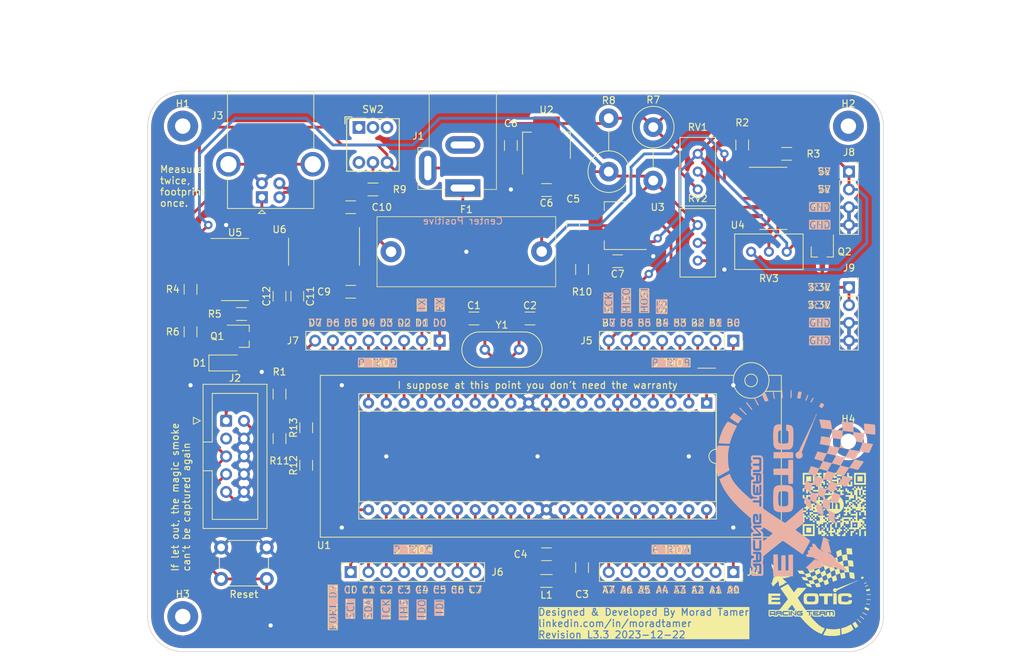
<source format=kicad_pcb>
(kicad_pcb (version 20221018) (generator pcbnew)
  (title_block (title "ATMEGA32A AVR Kit") (date "2023-12-22") (rev "L3.3") (company "Team Exotic") (comment 1 "Author: Morad Tamer"))
  (layers (0 "F.Cu" signal) (31 "B.Cu" signal) (34 "B.Paste" user) (35 "F.Paste" user) (36 "B.SilkS" user "B.Silkscreen") (37 "F.SilkS" user "F.Silkscreen") (38 "B.Mask" user) (39 "F.Mask" user) (44 "Edge.Cuts" user))
  (net 0 "")
  (net 1 "GND")
  (net 2 "Net-(U1-XTAL1)")
  (net 3 "Net-(U1-XTAL2)")
  (net 4 "Net-(U1-AREF)")
  (net 5 "Net-(U1-AVCC)")
  (net 6 "+5V_{OCP}")
  (net 7 "-V_{In}")
  (net 8 "+V_{In}")
  (net 9 "+3V3")
  (net 10 "Net-(U6-~{DTR})")
  (net 11 "/~{RESET}")
  (net 12 "Net-(U6-V3)")
  (net 13 "VBUS")
  (net 14 "Net-(D1-K)")
  (net 16 "/MOSI")
  (net 17 "+5V")
  (net 19 "/SCK")
  (net 20 "/MISO")
  (net 21 "/USB_D-")
  (net 22 "/USB_D+")
  (net 23 "unconnected-(J3-Shield-Pad5)")
  (net 24 "/PA0")
  (net 25 "/PA1")
  (net 26 "/PA2")
  (net 27 "/PA3")
  (net 28 "/PA4")
  (net 29 "/PA5")
  (net 30 "/PA6")
  (net 31 "/PA7")
  (net 32 "/PB0")
  (net 33 "/PB1")
  (net 34 "/PB2")
  (net 35 "/PB3")
  (net 36 "/~{SS}")
  (net 37 "/PC7")
  (net 38 "/PC6")
  (net 39 "/TDI")
  (net 40 "/TDO")
  (net 41 "/TMS")
  (net 42 "/TCK")
  (net 43 "/SDA")
  (net 44 "/SCL")
  (net 45 "/PD7")
  (net 46 "/RX <--")
  (net 47 "/TX -->")
  (net 48 "/PD2")
  (net 49 "/PD3")
  (net 50 "/PD4")
  (net 51 "/PD5")
  (net 52 "/PD6")
  (net 53 "Net-(Q1-G)")
  (net 54 "Net-(Q2-G)")
  (net 55 "Net-(U4B--)")
  (net 56 "Net-(U4A-+)")
  (net 57 "Net-(U4A--)")
  (net 58 "Net-(U4B-+)")
  (net 77 "Net-(U4D--)")
  (net 78 "Net-(U4D-+)")
  (net 82 "Net-(U5A--)")
  (net 86 "+5V_{NetTie}")
  (net 87 "Net-(R10-Pad1)")
  (net 88 "/Power Management Circuitry/V_{In} (Unfused)")
  (net 89 "Net-(SW2B-B)")
  (net 90 "Net-(J7-Pin_8)")
  (net 91 "Net-(R12-Pad2)")
  (footprint "MountingHole:MountingHole_2.2mm_M2_Pad" (layer "F.Cu") (at 117 127)
    (fp_text reference "H3")
    (fp_text value "MountingHole")
  )
  (footprint "Capacitor_SMD:C_1206_3216Metric_Pad1.33x1.80mm_HandSolder" (layer "F.Cu") (at 140.97 80.645)
    (fp_text reference "C9")
    (fp_text value "100 nF")
  )
  (footprint "Capacitor_SMD:C_1206_3216Metric_Pad1.33x1.80mm_HandSolder" (layer "F.Cu") (at 172.72 71.205 -90)
    (fp_text reference "C5")
    (fp_text value "10 µF")
  )
  (footprint "Package_TO_SOT_SMD:SOT-23_Handsoldering" (layer "F.Cu") (at 208.28 74.93 -90)
    (fp_text reference "Q2")
    (fp_text value "SI2302")
  )
  (footprint "M's Library:Fuseholder_with_Cover_5x20mm_Horizontal" (layer "F.Cu") (at 157.48 74.93)
    (fp_text reference "F1")
    (fp_text value "Fuse")
  )
  (footprint "Resistor_SMD:R_1206_3216Metric_Pad1.30x1.75mm_HandSolder" (layer "F.Cu") (at 118.11 80.29 90)
    (fp_text reference "R4")
    (fp_text value "10 kΩ")
  )
  (footprint "Resistor_SMD:R_1206_3216Metric_Pad1.30x1.75mm_HandSolder" (layer "F.Cu") (at 203.2 60.96 180)
    (fp_text reference "R3")
    (fp_text value "330 kΩ")
  )
  (footprint "Capacitor_SMD:C_1206_3216Metric_Pad1.33x1.80mm_HandSolder" (layer "F.Cu") (at 133.35 81.28 -90)
    (fp_text reference "C11")
    (fp_text value "10 µF")
  )
  (footprint "Resistor_SMD:R_1206_3216Metric_Pad1.30x1.75mm_HandSolder" (layer "F.Cu") (at 134.62 100.05 90)
    (fp_text reference "R13")
    (fp_text value "0 Ω")
  )
  (footprint "Connector_PinSocket_2.54mm:PinSocket_1x08_P2.54mm_Vertical" (layer "F.Cu") (at 140.97 120.65 90)
    (fp_text reference "J6")
    (fp_text value "Port C")
  )
  (footprint "Package_TO_SOT_SMD:SOT-223-3_TabPin2" (layer "F.Cu") (at 179.07 71.205 180)
    (fp_text reference "U3")
    (fp_text value "AMS1117-3.3")
  )
  (footprint "Resistor_SMD:R_1206_3216Metric_Pad1.30x1.75mm_HandSolder" (layer "F.Cu") (at 125.375 83.82 180)
    (fp_text reference "R5")
    (fp_text value "10 kΩ")
  )
  (footprint "Package_SO:SOIC-14_3.9x8.7mm_P1.27mm" (layer "F.Cu") (at 124.46 77.47)
    (fp_text reference "U5")
    (fp_text value "LM339")
  )
  (footprint "Connector_PinSocket_2.54mm:PinSocket_1x08_P2.54mm_Vertical" (layer "F.Cu") (at 195.58 87.63 -90)
    (fp_text reference "J5")
    (fp_text value "Port B")
  )
  (footprint "Resistor_SMD:R_1206_3216Metric_Pad1.30x1.75mm_HandSolder" (layer "F.Cu") (at 144.145 66.04)
    (fp_text reference "R9")
    (fp_text value "0 Ω")
  )
  (footprint "MountingHole:MountingHole_2.2mm_M2_Pad" (layer "F.Cu") (at 212 102)
    (fp_text reference "H4")
    (fp_text value "MountingHole")
  )
  (footprint "LED_SMD:LED_1206_3216Metric_Pad1.42x1.75mm_HandSolder" (layer "F.Cu") (at 123.19 90.805)
    (fp_text reference "D1")
    (fp_text value "LED")
  )
  (footprint "Connector_PinSocket_2.54mm:PinSocket_1x04_P2.54mm_Vertical" (layer "F.Cu") (at 212.09 80.01)
    (fp_text reference "J9")
    (fp_text value "3.3 V Headers")
  )
  (footprint "Resistor_SMD:R_1206_3216Metric_Pad1.30x1.75mm_HandSolder" (layer "F.Cu") (at 130.81 95.25 90)
    (fp_text reference "R1")
    (fp_text value "10 kΩ")
  )
  (footprint "Resistor_SMD:R_1206_3216Metric_Pad1.30x1.75mm_HandSolder" (layer "F.Cu") (at 134.62 105.41 90)
    (fp_text reference "R12")
    (fp_text value "0 Ω")
  )
  (footprint "Potentiometer_THT:Potentiometer_Bourns_3296W_Vertical" (layer "F.Cu") (at 203.2 74.93)
    (fp_text reference "RV3")
    (fp_text value "10 kΩ")
  )
  (footprint "Potentiometer_THT:Potentiometer_Bourns_3296W_Vertical" (layer "F.Cu") (at 190.5 71.12 90)
    (fp_text reference "RV2")
    (fp_text value "10 kΩ")
  )
  (footprint "Resistor_SMD:R_1206_3216Metric_Pad1.30x1.75mm_HandSolder" (layer "F.Cu") (at 196.85 59.69 -90)
    (fp_text reference "R2")
    (fp_text value "10 kΩ")
  )
  (footprint "Capacitor_SMD:C_1206_3216Metric_Pad1.33x1.80mm_HandSolder" (layer "F.Cu") (at 166.5625 84.455)
    (fp_text reference "C2")
    (fp_text value "22 pF")
  )
  (footprint "Package_SO:SOIC-16_3.9x9.9mm_P1.27mm" (layer "F.Cu") (at 137.16 74.93 -90)
    (fp_text reference "U6")
    (fp_text value "CH340C")
  )
  (footprint "Package_TO_SOT_SMD:SOT-23_Handsoldering" (layer "F.Cu") (at 125.73 86.995)
    (fp_text reference "Q1")
    (fp_text value "AO3401A")
  )
  (footprint "Capacitor_SMD:C_1206_3216Metric_Pad1.33x1.80mm_HandSolder" (layer "F.Cu") (at 173.99 120.015 -90)
    (fp_text reference "C3")
    (fp_text value "100 nF")
  )
  (footprint "M's Library:USB_B_Connector_Horizontal" (layer "F.Cu") (at 128.29 67.1565 90)
    (fp_text reference "J3")
    (fp_text value "USB_B")
  )
  (footprint "Connector_PinSocket_2.54mm:PinSocket_1x08_P2.54mm_Vertical" (layer "F.Cu") (at 153.67 87.63 -90)
    (fp_text reference "J7")
    (fp_text value "Port D")
  )
  (footprint "Package_SO:SO-14_3.9x8.65mm_P1.27mm" (layer "F.Cu") (at 201.295 67.31)
    (fp_text reference "U4")
    (fp_text value "LM324")
  )
  (footprint "Capacitor_SMD:C_1206_3216Metric_Pad1.33x1.80mm_HandSolder" (layer "F.Cu") (at 140.97 68.58 180)
    (fp_text reference "C10")
    (fp_text value "100 nF")
  )
  (footprint "Capacitor_SMD:C_1206_3216Metric_Pad1.33x1.80mm_HandSolder" (layer "F.Cu") (at 163.83 59.775 -90)
    (fp_text reference "C8")
    (fp_text value "22 µF")
  )
  (footprint "M's Library:BarrelJack_Horizontal" (layer "F.Cu") (at 156.972 65.84 90)
    (fp_text reference "J1")
    (fp_text value "Barrel_Jack_Switch")
  )
  (footprint "Connector_PinSocket_2.54mm:PinSocket_1x04_P2.54mm_Vertical" (layer "F.Cu") (at 212.09 63.5)
    (fp_text reference "J8")
    (fp_text value "5V Headers")
  )
  (footprint "Connector_IDC:IDC-Header_2x05_P2.54mm_Vertical" (layer "F.Cu") (at 123.19 99.06)
    (fp_text reference "J2")
    (fp_text value "AVR-ISP-10")
  )
  (footprint "Resistor_SMD:R_1206_3216Metric_Pad1.30x1.75mm_HandSolder" (layer "F.Cu") (at 130.81 101.6 -90)
    (fp_text reference "R11")
    (fp_text value "0 Ω")
  )
  (footprint "Capacitor_SMD:C_1206_3216Metric_Pad1.33x1.80mm_HandSolder" (layer "F.Cu") (at 158.5575 84.455)
    (fp_text reference "C1")
    (fp_text value "22 pF")
  )
  (footprint "Capacitor_SMD:C_1206_3216Metric_Pad1.33x1.80mm_HandSolder" (layer "F.Cu") (at 168.91 66.125 180)
    (fp_text reference "C6")
    (fp_text value "10 µF")
  )
  (footprint "MountingHole:MountingHole_2.2mm_M2_Pad" (layer "F.Cu") (at 117 57)
    (fp_text reference "H1")
    (fp_text value "MountingHole")
  )
  (footprint "Capacitor_SMD:C_1206_3216Metric_Pad1.33x1.80mm_HandSolder" (layer "F.Cu") (at 130.81 81.28 90)
    (fp_text reference "C12")
    (fp_text value "100 nF")
  )
  (footprint "Resistor_SMD:R_1206_3216Metric_Pad1.30x1.75mm_HandSolder" (layer "F.Cu") (at 173.99 77.47 90)
    (fp_text reference "R10")
    (fp_text value "0 Ω")
  )
  (footprint "M's Library:SW_Push_DPDT_Toggle_7.0mm" (layer "F.Cu") (at 144.145 59.69)
    (fp_text reference "SW2")
    (fp_text value "SW_DPDT_x2")
  )
  (footprint "Connector_PinSocket_2.54mm:PinSocket_1x08_P2.54mm_Vertical" (layer "F.Cu") (at 195.58 120.65 -90)
    (fp_text reference "J4")
    (fp_text value "Port A")
  )
  (footprint "M's Library:TeamExotic_Logo_H22mm" (layer "F.Cu") (at 207.01 123.825)
    (fp_text reference "G***" hide)
    (fp_text value "LOGO" hide)
  )
  (footprint "M's Library:ZIF_Socket_40_Circular_Pads" (layer "F.Cu") (at 167.64 104.14 -90)
    (fp_text reference "U1")
    (fp_text value "ATmega32A-P")
  )
  (footprint "Resistor_SMD:R_1206_3216Metric_Pad1.30x1.75mm_HandSolder" (layer "F.Cu") (at 118.11 86.36 90)
    (fp_text reference "R6")
    (fp_text value "1 kΩ")
  )
  (footprint "M's Library:Crystal_HC49-4H_Vertical_Centered" (layer "F.Cu") (at 162.56 88.9)
    (fp_text reference "Y1")
    (fp_text value "16 MHz")
  )
  (footprint "Capacitor_SMD:C_1206_3216Metric_Pad1.33x1.80mm_HandSolder" (layer "F.Cu") (at 179.07 76.285)
    (fp_text reference "C7")
    (fp_text value "22 µF")
  )
  (footprint "Inductor_SMD:L_1206_3216Metric_Pad1.22x1.90mm_HandSolder" (layer "F.Cu") (at 168.91 121.92)
    (fp_text reference "L1")
    (fp_text value "10 µH")
  )
  (footprint "LOGO" (layer "F.Cu") (at 210 111)
    (fp_text reference "G***" hide)
    (fp_text value "LOGO" hide)
  )
  (footprint "Package_TO_SOT_SMD:SOT-223-3_TabPin2" (layer "F.Cu") (at 168.91 59.775 90)
    (fp_text reference "U2")
    (fp_text value "AMS1117-5.0")
  )
  (footprint "Potentiometer_THT:Potentiometer_Bourns_3296W_Vertical" (layer "F.Cu") (at 190.5 60.96 90)
    (fp_text reference "RV1")
    (fp_text value "10 kΩ")
  )
  (footprint "MountingHole:MountingHole_2.2mm_M2_Pad" (layer "F.Cu") (at 212 57)
    (fp_text reference "H2")
    (fp_text value "MountingHole")
  )
  (footprint "Button_Switch_THT:SW_PUSH_6mm_H4.3mm" (layer "F.Cu") (at 128.98 121.63 180)
    (fp_text reference "SW1" hide)
    (fp_text value "SW_Push")
  )
  (footprint "Capacitor_SMD:C_1206_3216Metric_Pad1.33x1.80mm_HandSolder" (layer "F.Cu") (at 168.91 118.11 180)
    (fp_text reference "C4")
    (fp_text value "100 nF")
  )
  (footprint "Resistor_THT:R_Axial_DIN0614_L14.3mm_D5.7mm_P7.62mm_Vertical" (layer "F.Cu") (at 184.15 57.15 -90)
    (fp_text reference "R7")
    (fp_text value "0.22 Ω")
  )
  (footprint "Resistor_THT:R_Axial_DIN0614_L14.3mm_D5.7mm_P7.62mm_Vertical" (layer "F.Cu") (at 177.8 63.5 90)
    (fp_text reference "R8")
    (fp_text value "0.22 Ω")
  )
  (footprint "M's Library:TeamExotic_Logo_H40mm" (layer "B.Cu") (at 203.899074 109.570592 90)
    (fp_text reference "G***" hide)
    (fp_text value "LOGO" hide)
  )
  (gr_arc (start 217 127) (mid 215.535534 130.535534) (end 212 132) (stroke (width 0.1)) (layer "Edge.Cuts"))
  (gr_line (start 112 57) (end 112 127) (stroke (width 0.1)) (layer "Edge.Cuts"))
  (gr_line (start 117 132) (end 212 132) (stroke (width 0.1)) (layer "Edge.Cuts"))
  (gr_arc (start 112 57) (mid 113.464466 53.464466) (end 117 52) (stroke (width 0.1)) (layer "Edge.Cuts"))
  (gr_arc (start 212 52) (mid 215.535534 53.464466) (end 217 57) (stroke (width 0.1)) (layer "Edge.Cuts"))
  (gr_line (start 217 127) (end 217 57) (stroke (width 0.1)) (layer "Edge.Cuts"))
  (gr_line (start 212 52) (end 117 52) (stroke (width 0.1)) (layer "Edge.Cuts"))
  (gr_arc (start 117 132) (mid 113.464466 130.535534) (end 112 127) (stroke (width 0.1)) (layer "Edge.Cuts"))
  (gr_text "A2" (at 190.5 123.19) (layer "B.SilkS") (effects (font (size 1 1)) (justify mirror)))
  (gr_text "TCK" (at 145.923 124.46 -90) (layer "B.SilkS" knockout) (effects (font (size 1 1)) (justify right mirror)))
  (gr_text "A3" (at 187.96 123.19) (layer "B.SilkS") (effects (font (size 1 1)) (justify mirror)))
  (gr_text "GND" (at 209.55 87.63) (layer "B.SilkS" knockout) (effects (font (size 1 1)) (justify left mirror)))
  (gr_text "TMS" (at 148.463 124.46 -90) (layer "B.SilkS" knockout) (effects (font (size 1 1)) (justify right mirror)))
  (gr_text "SCL" (at 140.843 124.46 -90) (layer "B.SilkS" knockout) (effects (font (size 1 1)) (justify right mirror)))
  (gr_text "PORT D7" (at 138.43 125.73 -90) (layer "B.SilkS" knockout) (effects (font (size 1 1)) (justify mirror)))
  (gr_text "B3" (at 187.96 85.09) (layer "B.SilkS") (effects (font (size 1 1)) (justify mirror)))
  (gr_text "D5" (at 140.97 85.09) (layer "B.SilkS") (effects (font (size 1 1)) (justify mirror)))
  (gr_text "D0" (at 153.67 85.09) (layer "B.SilkS") (effects (font (size 1 1)) (justify mirror)))
  (gr_text "B1" (at 193.04 85.09) (layer "B.SilkS") (effects (font (size 1 1)) (justify mirror)))
  (gr_text "PORT C" (at 149.86 117.475) (layer "B.SilkS" knockout) (effects (font (size 1 1)) (justify mirror)))
  (gr_text "C4" (at 151.13 123.19) (layer "B.SilkS") (effects (font (size 1 1)) (justify mirror)))
  (gr_text "C6" (at 156.21 123.19) (layer "B.SilkS") (effects (font (size 1 1)) (justify mirror)))
  (gr_text "SCK" (at 177.673 83.82 -90) (layer "B.SilkS" knockout) (effects (font (size 1 1)) (justify left mirror)))
  (gr_text "PORT B" (at 186.69 90.805) (layer "B.SilkS" knockout) (effects (font (size 1 1)) (justify mirror)))
  (gr_text "C2" (at 146.05 123.19) (layer "B.SilkS") (effects (font (size 1 1)) (justify mirror)))
  (gr_text "C1" (at 143.51 123.19) (layer "B.SilkS") (effects (font (size 1 1)) (justify mirror)))
  (gr_text "C3" (at 148.59 123.19) (layer "B.SilkS") (effects (font (size 1 1)) (justify mirror)))
  (gr_text "A4" (at 185.42 123.19) (layer "B.SilkS") (effects (font (size 1 1)) (justify mirror)))
  (gr_text "D3" (at 146.05 85.09) (layer "B.SilkS") (effects (font (size 1 1)) (justify mirror)))
  (gr_text "PORT D" (at 144.78 90.805) (layer "B.SilkS" knockout) (effects (font (size 1 1)) (justify mirror)))
  (gr_text "A7" (at 177.8 123.19) (layer "B.SilkS") (effects (font (size 1 1)) (justify mirror)))
  (gr_text "D6" (at 138.43 85.09) (layer "B.SilkS") (effects (font (size 1 1)) (justify mirror)))
  (gr_text "3.3V" (at 209.55 82.55) (layer "B.SilkS") (effects (font (size 1 1)) (justify left mirror)))
  (gr_text "B2" (at 190.5 85.09) (layer "B.SilkS") (effects (font (size 1 1)) (justify mirror)))
  (gr_text "TDO" (at 151.003 124.46 -90) (layer "B.SilkS" knockout) (effects (font (size 1 1)) (justify right mirror)))
  (gr_text "D1" (at 151.13 85.09) (layer "B.SilkS") (effects (font (size 1 1)) (justify mirror)))
  (gr_text "B7" (at 177.8 85.09) (layer "B.SilkS") (effects (font (size 1 1)) (justify mirror)))
  (gr_text "A1" (at 193.04 123.19) (layer "B.SilkS") (effects (font (size 1 1)) (justify mirror)))
  (gr_text "5V" (at 209.55 66.04) (layer "B.SilkS") (effects (font (size 1 1)) (justify left mirror)))
  (gr_text "D4" (at 143.51 85.09) (layer "B.SilkS") (effects (font (size 1 1)) (justify mirror)))
  (gr_text "TDI" (at 153.543 124.46 -90) (layer "B.SilkS" knockout) (effects (font (size 1 1)) (justify right mirror)))
  (gr_text "MISO" (at 180.213 83.82 -90) (layer "B.SilkS" knockout) (effects (font (size 1 1)) (justify left mirror)))
  (gr_text "B5" (at 182.88 85.09) (layer "B.SilkS") (effects (font (size 1 1)) (justify mirror)))
  (gr_text "D7" (at 135.89 85.09) (layer "B.SilkS") (effects (font (size 1 1)) (justify mirror)))
  (gr_text "A6" (at 180.34 123.19) (layer "B.SilkS") (effects (font (size 1 1)) (justify mirror)))
  (gr_text "~{SS}" (at 185.166 83.82 -90) (layer "B.SilkS" knockout) (effects (font (size 1 1)) (justify left mirror)))
  (gr_text "RX" (at 153.67 82.55 -90) (layer "B.SilkS" knockout) (effects (font (size 1 1)) (justify mirror)))
  (gr_text "TX" (at 151.13 82.5246 -90) (layer "B.SilkS" knockout) (effects (font (size 1 1)) (justify mirror)))
  (gr_text "B4" (at 185.42 85.09) (layer "B.SilkS") (effects (font (size 1 1)) (justify mirror)))
  (gr_text "A5" (at 182.88 123.19) (layer "B.SilkS") (effects (font (size 1 1)) (justify mirror)))
  (gr_text "B0" (at 195.58 85.09) (layer "B.SilkS") (effects (font (size 1 1)) (justify mirror)))
  (gr_text "5V" (at 209.55 63.5) (layer "B.SilkS") (effects (font (size 1 1)) (justify left mirror)))
  (gr_text "3.3V" (at 209.55 80.01) (layer "B.SilkS") (effects (font (size 1 1)) (justify left mirror)))
  (gr_text "B6" (at 180.34 85.09) (layer "B.SilkS") (effects (font (size 1 1)) (justify mirror)))
  (gr_text "Center Positive" (at 156.972 71.12) (layer "B.SilkS") (effects (font (size 1 1)) (justify bottom mirror)))
  (gr_text "D2" (at 148.59 85.09) (layer "B.SilkS") (effects (font (size 1 1)) (justify mirror)))
  (gr_text "C0" (at 140.97 123.19) (layer "B.SilkS") (effects (font (size 1 1)) (justify mirror)))
  (gr_text "PORT A" (at 186.69 117.475) (layer "B.SilkS" knockout) (effects (font (size 1 1)) (justify mirror)))
  (gr_text "GND" (at 209.55 68.58) (layer "B.SilkS" knockout) (effects (font (size 1 1)) (justify left mirror)))
  (gr_text "MOSI" (at 182.88 83.82 -90) (layer "B.SilkS" knockout) (effects (font (size 1 1)) (justify left mirror)))
  (gr_text "A0" (at 195.58 123.19) (layer "B.SilkS") (effects (font (size 1 1)) (justify mirror)))
  (gr_text "GND" (at 209.55 85.09) (layer "B.SilkS" knockout) (effects (font (size 1 1)) (justify left mirror)))
  (gr_text "C7" (at 158.75 123.19) (layer "B.SilkS") (effects (font (size 1 1)) (justify mirror)))
  (gr_text "SDA" (at 143.383 124.46 -90) (layer "B.SilkS" knockout) (effects (font (size 1 1)) (justify right mirror)))
  (gr_text "C5" (at 153.67 123.19) (layer "B.SilkS") (effects (font (size 1 1)) (justify mirror)))
  (gr_text "GND" (at 209.55 71.12) (layer "B.SilkS" knockout) (effects (font (size 1 1)) (justify left mirror)))
  (gr_text "PORT D7" (at 138.43 125.73 90) (layer "F.SilkS" knockout) (effects (font (size 1 1))))
  (gr_text "TCK" (at 146.05 124.46 90) (layer "F.SilkS" knockout) (effects (font (size 1 1)) (justify right)))
  (gr_text "If let out, the magic smoke\ncan't be captured again" (at 118.11 120.65 90) (layer "F.SilkS") (effects (font (size 1 1)) (justify left bottom)))
  (gr_text "B7" (at 177.8 85.09) (layer "F.SilkS") (effects (font (size 1 1))))
  (gr_text "5V" (at 209.55 63.5) (layer "F.SilkS") (effects (font (size 1 1)) (justify right)))
  (gr_text "GND" (at 209.55 87.63) (layer "F.SilkS" knockout) (effects (font (size 1 1)) (justify right)))
  (gr_text "A5" (at 182.88 123.19) (layer "F.SilkS") (effects (font (size 1 1))))
  (gr_text "TMS" (at 148.59 124.46 90) (layer "F.SilkS" knockout) (effects (font (size 1 1)) (justify right)))
  (gr_text "C4" (at 151.13 123.19) (layer "F.SilkS") (effects (font (size 1 1))))
  (gr_text "I suppose at this point you don't need the warranty" (at 167.64 93.98) (layer "F.SilkS") (effects (font (size 1 1))))
  (gr_text "B2" (at 190.5 85.09) (layer "F.SilkS") (effects (font (size 1 1))))
  (gr_text "B6" (at 180.34 85.09) (layer "F.SilkS") (effects (font (size 1 1))))
  (gr_text "C5" (at 153.67 123.19) (layer "F.SilkS") (effects (font (size 1 1))))
  (gr_text "RX" (at 153.67 82.550001 90) (layer "F.SilkS" knockout) (effects (font (size 1 1))))
  (gr_text "Designed & Developed By Morad Tamer\nlinkedin.com/in/moradtamer\nRevision ${REVISION} ${ISSUE_DATE}" (at 167.64 130.175) (layer "F.SilkS" knockout) (effects (font (size 1 1)) (justify left bottom)))
  (gr_text "SCL" (at 140.97 124.46 90) (layer "F.SilkS" knockout) (effects (font (size 1 1)) (justify right)))
  (gr_text "D5" (at 140.97 85.09) (layer "F.SilkS") (effects (font (size 1 1))))
  (gr_text "A3" (at 187.96 123.19) (layer "F.SilkS") (effects (font (size 1 1))))
  (gr_text "PORT B" (at 186.69 90.805) (layer "F.SilkS" knockout) (effects (font (size 1 1))))
  (gr_text "C6" (at 156.21 123.19) (layer "F.SilkS") (effects (font (size 1 1))))
  (gr_text "C0" (at 140.97 123.19) (layer "F.SilkS") (effects (font (size 1 1))))
  (gr_text "3.3V" (at 209.55 82.55) (layer "F.SilkS") (effects (font (size 1 1)) (justify right)))
  (gr_text "D6" (at 138.43 85.09) (layer "F.SilkS") (effects (font (size 1 1))))
  (gr_text "C7" (at 158.75 123.19) (layer "F.SilkS") (effects (font (size 1 1))))
  (gr_text "A4" (at 185.42 123.19) (layer "F.SilkS") (effects (font (size 1 1))))
  (gr_text "A2" (at 190.5 123.19) (layer "F.SilkS") (effects (font (size 1 1))))
  (gr_text "B4" (at 185.42 85.09) (layer "F.SilkS") (effects (font (size 1 1))))
  (gr_text "Measure\ntwice,\nfootprint\nonce." (at 113.665 68.58) (layer "F.SilkS") (effects (font (size 1 1)) (justify left bottom)))
  (gr_text "D2" (at 148.59 85.09) (layer "F.SilkS") (effects (font (size 1 1))))
  (gr_text "3.3V" (at 209.55 80.01) (layer "F.SilkS") (effects (font (size 1 1)) (justify right)))
  (gr_text "5V" (at 209.55 66.04) (layer "F.SilkS") (effects (font (size 1 1)) (justify right)))
  (gr_text "A1" (at 193.04 123.19) (layer "F.SilkS") (effects (font (size 1 1))))
  (gr_text "A6" (at 180.34 123.19) (layer "F.SilkS") (effects (font (size 1 1))))
  (gr_text "B1" (at 193.04 85.09) (layer "F.SilkS") (effects (font (size 1 1))))
  (gr_text "A0" (at 195.58 123.19) (layer "F.SilkS") (effects (font (size 1 1))))
  (gr_text "C1" (at 143.51 123.19) (layer "F.SilkS") (effects (font (size 1 1))))
  (gr_text "SCK" (at 177.8 83.82 90) (layer "F.SilkS" knockout) (effects (font (size 1 1)) (justify left)))
  (gr_text "D1" (at 151.13 85.09) (layer "F.SilkS") (effects (font (size 1 1))))
  (gr_text "~{SS}" (at 185.547 83.82 90) (layer "F.SilkS" knockout) (effects (font (size 1 1)) (justify left)))
  (gr_text "B3" (at 187.96 85.09) (layer "F.SilkS") (effects (font (size 1 1))))
  (gr_text "A7" (at 177.8 123.19) (layer "F.SilkS") (effects (font (size 1 1))))
  (gr_text "PORT D" (at 144.78 90.805) (layer "F.SilkS" knockout) (effects (font (size 1 1))))
  (gr_text "D3" (at 146.05 85.09) (layer "F.SilkS") (effects (font (size 1 1))))
  (gr_text "GND" (at 209.55 85.09) (layer "F.SilkS" knockout) (effects (font (size 1 1)) (justify right)))
  (gr_text "GND" (at 209.55 68.58) (layer "F.SilkS" knockout) (effects (font (size 1 1)) (justify right)))
  (gr_text "B0" (at 195.58 85.09) (layer "F.SilkS") (effects (font (size 1 1))))
  (gr_text "TDO" (at 151.13 124.46 90) (layer "F.SilkS" knockout) (effects (font (size 1 1)) (justify right)))
  (gr_text "D7" (at 135.89 85.09) (layer "F.SilkS") (effects (font (size 1 1))))
  (gr_text "MOSI" (at 182.88 83.82 90) (layer "F.SilkS" knockout) (effects (font (size 1 1)) (justify left)))
  (gr_text "SDA" (at 143.51 124.46 90) (layer "F.SilkS" knockout) (effects (font (size 1 1)) (justify right)))
  (gr_text "MISO" (at 180.34 83.82 90) (layer "F.SilkS" knockout) (effects (font (size 1 1)) (justify left)))
  (gr_text "C2" (at 146.05 123.19) (layer "F.SilkS") (effects (font (size 1 1))))
  (gr_text "D4" (at 143.51 85.09) (layer "F.SilkS") (effects (font (size 1 1))))
  (gr_text "TDI" (at 153.67 124.46 90) (layer "F.SilkS" knockout) (effects (font (size 1 1)) (justify right)))
  (gr_text "PORT C" (at 149.86 117.475) (layer "F.SilkS" knockout) (effects (font (size 1 1))))
  (gr_text "PORT A" (at 186.69 117.475) (layer "F.SilkS" knockout) (effects (font (size 1 1))))
  (gr_text "D0" (at 153.67 85.09) (layer "F.SilkS") (effects (font (size 1 1))))
  (gr_text "GND" (at 209.55 71.12) (layer "F.SilkS" knockout) (effects (font (size 1 1)) (justify right)))
  (gr_text "B5" (at 182.88 85.09) (layer "F.SilkS") (effects (font (size 1 1))))
  (gr_text "C3" (at 148.59 123.19) (layer "F.SilkS") (effects (font (size 1 1))))
  (gr_text "TX" (at 151.13 82.5246 90) (layer "F.SilkS" knockout) (effects (font (size 1 1))))
  (via (at 139.7 114.3) (size 1.2) (drill 0.6) (layers "F.Cu" "B.Cu") (net 1))
  (via (at 195.58 114.3) (size 1.2) (drill 0.6) (layers "F.Cu" "B.Cu") (net 1))
  (via (at 157.48 74.93) (size 1.2) (drill 0.6) (layers "F.Cu" "B.Cu") (net 1))
  (via (at 123.19 71.12) (size 1.2) (drill 0.6) (layers "F.Cu" "B.Cu") (net 1))
  (via (at 195.58 93.98) (size 1.2) (drill 0.6) (layers "F.Cu" "B.Cu") (net 1))
  (via (at 194.31 77.47) (size 1.2) (drill 0.6) (layers "F.Cu" "B.Cu") (net 1))
  (via (at 146.05 104.14) (size 1.2) (drill 0.6) (layers "F.Cu" "B.Cu") (net 1))
  (via (at 128.27 92.075) (size 1.2) (drill 0.6) (layers "F.Cu" "B.Cu") (net 1))
  (via (at 129.54 128.27) (size 1.2) (drill 0.6) (layers "F.Cu" "B.Cu") (net 1))
  (via (at 189.23 104.14) (size 1.2) (drill 0.6) (layers "F.Cu" "B.Cu") (net 1))
  (via (at 184.15 75.565) (size 1.2) (drill 0.6) (layers "F.Cu" "B.Cu") (net 1))
  (via (at 167.64 104.14) (size 1.2) (drill 0.6) (layers "F.Cu" "B.Cu") (net 1))
  (via (at 139.7 93.98) (size 1.2) (drill 0.6) (layers "F.Cu" "B.Cu") (net 1))
  (via (at 118.11 93.98) (size 1.2) (drill 0.6) (layers "F.Cu" "B.Cu") (net 1))
  (via (at 163.83 66.04) (size 1.2) (drill 0.6) (layers "F.Cu" "B.Cu") (net 1))
  (segment (start 161.29 90.07) (end 161.29 96.52) (width 0.4) (layer "F.Cu") (net 2))
  (segment (start 160.12 88.9) (end 161.29 90.07) (width 0.4) (layer "F.Cu") (net 2))
  (segment (start 160.12 84.455) (end 160.12 88.9) (width 0.4) (layer "F.Cu") (net 2))
  (segment (start 163.83 96.52) (end 163.83 90.07) (width 0.4) (layer "F.Cu") (net 3))
  (segment (start 163.83 90.07) (end 165 88.9) (width 0.4) (layer "F.Cu") (net 3))
  (segment (start 165 84.455) (end 165 88.9) (width 0.4) (layer "F.Cu") (net 3))
  (segment (start 173.99 118.4525) (end 173.99 116.84) (width 0.4) (layer "F.Cu") (net 4))
  (segment (start 173.99 116.84) (end 171.45 114.3) (width 0.4) (layer "F.Cu") (net 4))
  (segment (start 171.45 114.3) (end 171.45 111.76) (width 0.4) (layer "F.Cu") (net 4))
  (segment (start 166.37 115.57) (end 166.37 111.76) (width 0.4) (layer "F.Cu") (net 5))
  (segment (start 167.3475 116.5475) (end 166.37 115.57) (width 0.4) (layer "F.Cu") (net 5))
  (segment (start 167.3475 118.11) (end 167.3475 116.5475) (width 0.4) (layer "F.Cu") (net 5))
  (segment (start 167.3475 121.82) (end 167.3475 118.11) (width 0.4) (layer "F.Cu") (net 5))
  (segment (start 163.83 57.235) (end 164.44 56.625) (width 0.4) (layer "F.Cu") (net 6))
  (segment (start 212.09 63.5) (end 212.09 66.04) (width 0.4) (layer "F.Cu") (net 6))
  (segment (start 163.83 58.2125) (end 163.83 57.235) (width 0.4) (layer "F.Cu") (net 6))
  (segment (start 187.96 63.5) (end 187.96 60.96) (width 0.4) (layer "F.Cu") (net 6))
  (segment (start 187.96 60.96) (end 184.15 57.15) (width 0.4) (layer "F.Cu") (net 6))
  (segment (start 177.055 56.625) (end 177.8 55.88) (width 0.4) (layer "F.Cu") (net 6))
  (segment (start 190.5 66.04) (end 187.96 63.5) (width 0.4) (layer "F.Cu") (net 6))
  (segment (start 184.15 57.15) (end 186.69 54.61) (width 0.4) (layer "F.Cu") (net 6))
  (segment (start 168.91 56.625) (end 168.91 62.925) (width 0.4) (layer "F.Cu") (net 6))
  (segment (start 184.15 57.15) (end 182.88 55.88) (width 0.4) (layer "F.Cu") (net 6))
  (segment (start 182.88 55.88) (end 177.8 55.88) (width 0.4) (layer "F.Cu") (net 6))
  (segment (start 164.44 56.625) (end 168.91 56.625) (width 0.4) (layer "F.Cu") (net 6))
  (segment (start 186.69 54.61) (end 203.2 54.61) (width 0.4) (layer "F.Cu") (net 6))
  (segment (start 168.91 56.625) (end 177.055 56.625) (width 0.4) (layer "F.Cu") (net 6))
  (segment (start 203.2 54.61) (end 212.09 63.5) (width 0.4) (layer "F.Cu") (net 6))
  (segment (start 214.63 67.31) (end 213.36 66.04) (width 0.4) (layer "B.Cu") (net 6))
  (segment (start 213.36 66.04) (end 212.09 66.04) (width 0.4) (layer "B.Cu") (net 6))
  (segment (start 210.82 77.47) (end 214.63 73.66) (width 0.4) (layer "B.Cu") (net 6))
  (segment (start 214.63 73.66) (end 214.63 67.31) (width 0.4) (layer "B.Cu") (net 6))
  (segment (start 198.12 74.93) (end 200.66 77.47) (width 0.4) (layer "B.Cu") (net 6))
  (segment (start 200.66 77.47) (end 210.82 77.47) (width 0.4) (layer "B.Cu") (net 6))
  (segment (start 203.77 67.31) (end 205.74 67.31) (width 0.4) (layer "F.Cu") (net 7))
  (segment (start 184.305 73.505) (end 182.22 73.505) (width 0.4) (layer "F.Cu") (net 7))
  (segment (start 184.785 73.025) (end 184.305 73.505) (width 0.4) (layer "F.Cu") (net 7))
  (segment (start 163.83 62.315) (end 164.44 62.925) (width 0.4) (layer "F.Cu") (net 7))
  (segment (start 166.61 62.925) (end 166.61 64.46) (width 0.4) (layer "F.Cu") (net 7))
  (segment (start 181.61 76.285) (end 180.6325 76.285) (width 0.4) (layer "F.Cu") (net 7))
  (segment (start 166.37 78.74) (end 170.18 78.74) (width 0.4) (layer "F.Cu") (net 7))
  (segment (start 171.45 77.47) (end 175.26 77.47) (width 0.4) (layer "F.Cu") (net 7))
  (segment (start 163.83 71.12) (end 163.83 76.2) (width 0.4) (layer "F.Cu") (net 7))
  (segment (start 175.98 78.19) (end 179.705 78.19) (width 0.4) (layer "F.Cu") (net 7))
  (segment (start 167.3475 66.125) (end 167.3475 67.6025) (width 0.4) (layer "F.Cu") (net 7))
  (segment (start 182.22 73.505) (end 182.22 75.675) (width 0.4) (layer "F.Cu") (net 7))
  (segment (start 179.705 78.19) (end 180.6325 77.2625) (width 0.4) (layer "F.Cu") (net 7))
  (segment (start 170.18 78.74) (end 171.45 77.47) (width 0.4) (layer "F.Cu") (net 7))
  (segment (start 203.2 74.93) (end 204.7 73.43) (width 0.4) (layer "F.Cu") (net 7))
  (segment (start 163.155 62.99) (end 163.83 62.315) (width 0.4) (layer "F.Cu") (net 7))
  (segment (start 163.83 61.3375) (end 163.83 62.315) (width 0.4) (layer "F.Cu") (net 7))
  (segment (start 167.3475 65.1975) (end 167.3475 66.125) (width 0.4) (layer "F.Cu") (net 7))
  (segment (start 167.3475 67.6025) (end 163.83 71.12) (width 0.4) (layer "F.Cu") (net 7))
  (segment (start 151.972 62.99) (end 163.155 62.99) (width 0.4) (layer "F.Cu") (net 7))
  (segment (start 171.45 75.565) (end 171.45 77.47) (width 0.4) (layer "F.Cu") (net 7))
  (segment (start 175.26 77.47) (end 175.98 78.19) (width 0.4) (layer "F.Cu") (net 7))
  (segment (start 180.6325 77.2625) (end 180.6325 76.285) (width 0.4) (layer "F.Cu") (net 7))
  (segment (start 166.61 64.46) (end 167.3475 65.1975) (width 0.4) (layer "F.Cu") (net 7))
  (segment (start 164.44 62.925) (end 166.61 62.925) (width 0.4) (layer "F.Cu") (net 7))
  (segment (start 163.83 76.2) (end 166.37 78.74) (width 0.4) (layer "F.Cu") (net 7))
  (segment (start 172.72 72.7675) (end 172.72 74.295) (width 0.4) (layer "F.Cu") (net 7))
  (segment (start 172.72 74.295) (end 171.45 75.565) (width 0.4) (layer "F.Cu") (net 7))
  (segment (start 193.32 58.14) (end 190.5 60.96) (width 0.4) (layer "F.Cu") (net 7))
  (segment (start 182.22 75.675) (end 181.61 76.285) (width 0.4) (layer "F.Cu") (net 7))
  (segment (start 205.74 67.31) (end 207.33 68.9) (width 0.4) (layer "F.Cu") (net 7))
  (segment (start 204.7 73.43) (end 207.33 73.43) (width 0.4) (layer "F.Cu") (net 7))
  (segment (start 207.33 68.9) (end 207.33 73.43) (width 0.4) (layer "F.Cu") (net 7))
  (segment (start 196.85 58.14) (end 193.32 58.14) (width 0.4) (layer "F.Cu") (net 7))
  (via (at 184.785 73.025) (size 1.2) (drill 0.6) (layers "F.Cu" "B.Cu") (net 7))
  (segment (start 203.2 74.93) (end 203.2 73.66) (width 0.4) (layer "B.Cu") (net 7))
  (segment (start 187.96 69.85) (end 187.96 63.5) (width 0.4) (layer "B.Cu") (net 7))
  (segment (start 187.96 63.5) (end 190.5 60.96) (width 0.4) (layer "B.Cu") (net 7))
  (segment (start 184.785 73.025) (end 187.96 69.85) (width 0.4) (layer "B.Cu") (net 7))
  (segment (start 203.2 73.66) (end 190.5 60.96) (width 0.4) (layer "B.Cu") (net 7))
  (segment (start 168.23 70.53) (end 170.4725 68.2875) (width 0.4) (layer "F.Cu") (net 8))
  (segment (start 194.31 60.96) (end 194.31 64.77) (width 0.4) (layer "F.Cu") (net 8))
  (segment (start 194.31 64.77) (end 196.85 67.31) (width 0.4) (layer "F.Cu") (net 8))
  (segment (start 171.21 64.46) (end 171.21 62.925) (width 0.4) (layer "F.Cu") (net 8))
  (segment (start 168.23 74.9) (end 168.23 70.53) (width 0.4) (layer "F.Cu") (net 8))
  (segment (start 170.4725 66.125) (end 170.4725 65.1975) (width 0.4) (layer "F.Cu") (net 8))
  (segment (start 170.4725 68.2875) (end 170.4725 66.125) (width 0.4) (layer "F.Cu") (net 8))
  (segment (start 170.4725 65.1975) (end 171.21 64.46) (width 0.4) (layer "F.Cu") (net 8))
  (segment (start 196.85 67.31) (end 198.82 67.31) (width 0.4) (layer "F.Cu") (net 8))
  (via (at 194.31 60.96) (size 1.2) (drill 0.6) (layers "F.Cu" "B.Cu") (net 8))
  (segment (start 189.23 58.42) (end 191.77 58.42) (width 0.4) (layer "B.Cu") (net 8))
  (segment (start 180.975 66.675) (end 180.975 62.865) (width 0.4) (layer "B.Cu") (net 8))
  (segment (start 172.01 71.12) (end 176.53 71.12) (width 0.4) (layer "B.Cu") (net 8))
  (segment (start 180.975 62.865) (end 182.88 60.96) (width 0.4) (layer "B.Cu") (net 8))
  (segment (start 191.77 58.42) (end 194.31 60.96) (width 0.4) (layer "B.Cu") (net 8))
  (segment (start 182.88 60.96) (end 186.69 60.96) (width 0.4) (layer "B.Cu") (net 8))
  (segment (start 186.69 60.96) (end 189.23 58.42) (width 0.4) (layer "B.Cu") (net 8))
  (segment (start 176.53 71.12) (end 180.975 66.675) (width 0.4) (layer "B.Cu") (net 8))
  (segment (start 168.23 74.9) (end 172.01 71.12) (width 0.4) (layer "B.Cu") (net 8))
  (segment (start 185.505 71.205) (end 186.69 72.39) (width 0.4) (layer "F.Cu") (net 9))
  (segment (start 182.22 71.205) (end 185.505 71.205) (width 0.4) (layer "F.Cu") (net 9))
  (segment (start 190.5 80.01) (end 212.09 80.01) (width 0.4) (layer "F.Cu") (net 9))
  (segment (start 186.69 76.2) (end 190.5 80.01) (width 0.4) (layer "F.Cu") (net 9))
  (segment (start 182.22 71.205) (end 175.92 71.205) (width 0.4) (layer "F.Cu") (net 9))
  (segment (start 173.99 75.92) (end 175.675 75.92) (width 0.4) (layer "F.Cu") (net 9))
  (segment (start 175.675 75.92) (end 175.92 75.675) (width 0.4) (layer "F.Cu") (net 9))
  (segment (start 176.53 76.285) (end 175.92 75.675) (width 0.4) (layer "F.Cu") (net 9))
  (segment (start 212.09 80.01) (end 212.09 82.55) (width 0.4) (layer "F.Cu") (net 9))
  (segment (start 186.69 72.39) (end 186.69 76.2) (width 0.4) (layer "F.Cu") (net 9))
  (segment (start 177.5075 76.285) (end 176.53 76.285) (width 0.4) (layer "F.Cu") (net 9))
  (segment (start 175.92 75.675) (end 175.92 71.205) (width 0.4) (layer "F.Cu") (net 9))
  (segment (start 138.43 80.645) (end 137.795 80.01) (width 0.4) (layer "F.Cu") (net 10))
  (segment (start 137.795 80.01) (end 137.795 77.405) (width 0.4) (layer "F.Cu") (net 10))
  (segment (start 139.4075 80.645) (end 138.43 80.645) (width 0.4) (layer "F.Cu") (net 10))
  (segment (start 142.5325 81.28) (end 142.5325 83.5275) (width 0.4) (layer "F.Cu") (net 11))
  (segment (start 203.2 83.82) (end 203.2 124.46) (width 0.4) (layer "F.Cu") (net 11))
  (segment (start 130.81 86.995) (end 130.81 93.7) (width 0.4) (layer "F.Cu") (net 11))
  (segment (start 119.38 107.95) (end 123.19 104.14) (width 0.4) (layer "F.Cu") (net 11))
  (segment (start 122.48 121.63) (end 119.38 118.53) (width 0.4) (layer "F.Cu") (net 11))
  (segment (start 128.98 124.17) (end 128.98 121.63) (width 0.4) (layer "F.Cu") (net 11))
  (segment (start 123.19 104.14) (end 120.65 101.6) (width 0.4) (layer "F.Cu") (net 11))
  (segment (start 124.74 93.7) (end 130.81 93.7) (width 0.4) (layer "F.Cu") (net 11))
  (segment (start 128.98 121.63) (end 122.48 121.63) (width 0.4) (layer "F.Cu") (net 11))
  (segment (start 171.45 90.17) (end 179.07 82.55) (width 0.4) (layer "F.Cu") (net 11))
  (segment (start 201.93 82.55) (end 203.2 83.82) (width 0.4) (layer "F.Cu") (net 11))
  (segment (start 132.715 85.09) (end 130.81 86.995) (width 0.4) (layer "F.Cu") (net 11))
  (segment (start 133.08 128.27) (end 128.98 124.17) (width 0.4) (layer "F.Cu") (net 11))
  (segment (start 171.45 96.52) (end 171.45 90.17) (width 0.4) (layer "F.Cu") (net 11))
  (segment (start 199.39 128.27) (end 133.08 128.27) (width 0.4) (layer "F.Cu") (net 11))
  (segment (start 179.07 82.55) (end 201.93 82.55) (width 0.4) (layer "F.Cu") (net 11))
  (segment (start 142.5325 83.5275) (end 140.97 85.09) (width 0.4) (layer "F.Cu") (net 11))
  (segment (start 140.97 85.09) (end 132.715 85.09) (width 0.4) (layer "F.Cu") (net 11))
  (segment (start 203.2 124.46) (end 199.39 128.27) (width 0.4) (layer "F.Cu") (net 11))
  (segment (start 120.65 97.79) (end 124.74 93.7) (width 0.4) (layer "F.Cu") (net 11))
  (segment (start 120.65 101.6) (end 120.65 97.79) (width 0.4) (layer "F.Cu") (net 11))
  (segment (start 119.38 118.53) (end 119.38 107.95) (width 0.4) (layer "F.Cu") (net 11))
  (segment (start 137.795 69.215) (end 138.43 68.58) (width 0.4) (layer "F.Cu") (net 12))
  (segment (start 137.795 72.455) (end 137.795 69.215) (width 0.4) (layer "F.Cu") (net 12))
  (segment (start 138.43 68.58) (end 139.4075 68.58) (width 0.4) (layer "F.Cu") (net 12))
  (segment (start 128.29 67.5375) (end 128.29 69.87) (width 0.4) (layer "F.Cu") (net 13))
  (segment (start 141.605 78.74) (end 140.97 79.375) (width 0.4) (layer "F.Cu") (net 13))
  (segment (start 124.6775 90.805) (end 126.365 90.805) (width 0.4) (layer "F.Cu") (net 13))
  (segment (start 141.605 77.405) (end 141.605 78.74) (width 0.4) (layer "F.Cu") (net 13))
  (segment (start 126.365 90.805) (end 127.23 89.94) (width 0.4) (layer "F.Cu") (net 13))
  (segment (start 140.97 79.375) (end 140.97 81.810583) (width 0.4) (layer "F.Cu") (net 13))
  (segment (start 135.5975 79.7175) (end 133.35 79.7175) (width 0.4) (layer "F.Cu") (net 13))
  (segment (start 128.905 81.915) (end 130.81 80.01) (width 0.4) (layer "F.Cu") (net 13))
  (segment (start 138.1375 82.2575) (end 135.5975 79.7175) (width 0.4) (layer "F.Cu") (net 13))
  (segment (start 140.523083 82.2575) (end 138.1375 82.2575) (width 0.4) (layer "F.Cu") (net 13))
  (segment (start 130.81 80.01) (end 130.81 79.7175) (width 0.4) (layer "F.Cu") (net 13))
  (segment (start 140.97 81.810583) (end 140.523083 82.2575) (width 0.4) (layer "F.Cu") (net 13))
  (segment (start 127.23 89.94) (end 127.23 86.995) (width 0.4) (layer "F.Cu") (net 13))
  (segment (start 133.35 79.7175) (end 130.81 79.7175) (width 0.4) (layer "F.Cu") (net 13))
  (segment (start 128.29 69.87) (end 130.81 72.39) (width 0.4) (layer "F.Cu") (net 13))
  (segment (start 128.905 85.32) (end 128.905 81.915) (width 0.4) (layer "F.Cu") (net 13))
  (segment (start 127.23 86.995) (end 128.905 85.32) (width 0.4) (layer "F.Cu") (net 13))
  (segment (start 130.81 72.39) (end 130.81 79.7175) (width 0.4) (layer "F.Cu") (net 13))
  (segment (start 119.025 90.805) (end 118.11 89.89) (width 0.4) (layer "F.Cu") (net 14))
  (segment (start 121.7025 90.805) (end 119.025 90.805) (width 0.4) (layer "F.Cu") (net 14))
  (segment (start 118.11 89.89) (end 118.11 87.91) (width 0.4) (layer "F.Cu") (net 14))
  (segment (start 179.07 96.52) (end 179.07 99.06) (width 0.4) (layer "F.Cu") (net 16))
  (segment (start 128.905 98.425) (end 127 96.52) (width 0.4) (layer "F.Cu") (net 16))
  (segment (start 129.54 101.6) (end 128.905 100.965) (width 0.4) (layer "F.Cu") (net 16))
  (segment (start 128.905 100.965) (end 128.905 98.425) (width 0.4) (layer "F.Cu") (net 16))
  (segment (start 176.53 101.6) (end 141.605 101.6) (width 0.4) (layer "F.Cu") (net 16))
  (segment (start 179.07 93.98) (end 179.07 96.52) (width 0.4) (layer "F.Cu") (net 16))
  (segment (start 179.07 99.06) (end 176.53 101.6) (width 0.4) (layer "F.Cu") (net 16))
  (segment (start 127 96.52) (end 124.46 96.52) (width 0.4) (layer "F.Cu") (net 16))
  (segment (start 132.08 101.6) (end 129.54 101.6) (width 0.4) (layer "F.Cu") (net 16))
  (segment (start 137.795 105.41) (end 133.35 105.41) (width 0.4) (layer "F.Cu") (net 16))
  (segment (start 182.88 87.63) (end 182.88 90.17) (width 0.4) (layer "F.Cu") (net 16))
  (segment (start 132.715 102.235) (end 132.08 101.6) (width 0.4) (layer "F.Cu") (net 16))
  (segment (start 123.19 97.79) (end 123.19 99.06) (width 0.4) (layer "F.Cu") (net 16))
  (segment (start 124.46 96.52) (end 123.19 97.79) (width 0.4) (layer "F.Cu") (net 16))
  (segment (start 182.88 90.17) (end 179.07 93.98) (width 0.4) (layer "F.Cu") (net 16))
  (segment (start 133.35 105.41) (end 132.715 104.775) (width 0.4) (layer "F.Cu") (net 16))
  (segment (start 141.605 101.6) (end 137.795 105.41) (width 0.4) (layer "F.Cu") (net 16))
  (segment (start 132.715 104.775) (end 132.715 102.235) (width 0.4) (layer "F.Cu") (net 16))
  (segment (start 177.8 63.5) (end 178.435 64.135) (width 0.4) (layer "F.Cu") (net 17))
  (segment (start 123.19 76.2) (end 121.985 76.2) (width 0.4) (layer "F.Cu") (net 17))
  (segment (start 178.435 64.135) (end 183.515 64.135) (width 0.4) (layer "F.Cu") (net 17))
  (segment (start 122.555 83.82) (end 123.825 83.82) (width 0.4) (layer "F.Cu") (net 17))
  (segment (start 166.65 100.05) (end 130.81 100.05) (width 0.4) (layer "F.Cu") (net 17))
  (segment (start 119.38 74.93) (end 120.65 76.2) (width 0.4) (layer "F.Cu") (net 17))
  (segment (start 168.91 96.52) (end 168.91 97.79) (width 0.4) (layer "F.Cu") (net 17))
  (segment (start 175.26 63.5) (end 177.8 63.5) (width 0.4) (layer "F.Cu") (net 17))
  (segment (start 121.92 86.995) (end 122.87 87.945) (width 0.4) (layer "F.Cu") (net 17))
  (segment (start 190.5 71.13) (end 184.15 64.78) (width 0.4) (layer "F.Cu") (net 17))
  (segment (start 122.87 87.945) (end 124.23 87.945) (width 0.4) (layer "F.Cu") (net 17))
  (segment (start 172.72 69.6425) (end 172.72 66.04) (width 0.4) (layer "F.Cu") (net 17))
  (segment (start 168.91 90.17) (end 168.91 96.52) (width 0.4) (layer "F.Cu") (net 17))
  (segment (start 180.34 81.28) (end 177.8 81.28) (width 0.4) (layer "F.Cu") (net 17))
  (segment (start 168.91 97.79) (end 166.65 100.05) (width 0.4) (layer "F.Cu") (net 17))
  (segment (start 123.825 76.835) (end 123.19 76.2) (width 0.4) (layer "F.Cu") (net 17))
  (segment (start 121.92 84.455) (end 121.92 86.995) (width 0.4) (layer "F.Cu") (net 17))
  (segment (start 183.515 78.105) (end 180.34 81.28) (width 0.4) (layer "F.Cu") (net 17))
  (segment (start 172.72 66.04) (end 175.26 63.5) (width 0.4) (layer "F.Cu") (net 17))
  (segment (start 182.22 68.905) (end 182.22 66.7) (width 0.4) (layer "F.Cu") (net 17))
  (segment (start 119.38 72.39) (end 119.38 74.93) (width 0.4) (layer "F.Cu") (net 17))
  (segment (start 123.825 76.835) (end 123.825 83.82) (width 0.4) (layer "F.Cu") (net 17))
  (segment (start 122.555 83.82) (end 121.92 84.455) (width 0.4) (layer "F.Cu") (net 17))
  (segment (start 120.65 71.12) (end 119.38 72.39) (width 0.4) (layer "F.Cu") (net 17))
  (segment (start 184.15 64.78) (end 184.15 64.77) (width 0.4) (layer "F.Cu") (net 17))
  (segment (start 120.65 76.2) (end 121.985 76.2) (width 0.4) (layer "F.Cu") (net 17))
  (segment (start 183.515 64.135) (end 184.15 64.77) (width 0.4) (layer "F.Cu") (net 17))
  (segment (start 182.22 66.7) (end 184.15 64.77) (width 0.4) (layer "F.Cu") (net 17))
  (segment (start 177.8 81.28) (end 168.91 90.17) (width 0.4) (layer "F.Cu") (net 17))
  (segment (start 130.81 96.8) (end 130.81 100.05) (width 0.4) (layer "F.Cu") (net 17))
  (via (at 183.515 78.105) (size 1.2) (drill 0.6) (layers "F.Cu" "B.Cu") (net 17))
  (via (at 120.65 71.12) (size 1.2) (drill 0.6) (layers "F.Cu" "B.Cu") (net 17))
  (segment (start 138.43 59.69) (end 149.86 59.69) (width 0.4) (layer "B.Cu") (net 17))
  (segment (start 120.65 71.12) (end 119.38 69.85) (width 0.4) (layer "B.Cu") (net 17))
  (segment (start 119.38 69.85) (end 119.38 60.96) (width 0.4) (layer "B.Cu") (net 17))
  (segment (start 134.62 55.88) (end 138.43 59.69) (width 0.4) (layer "B.Cu") (net 17))
  (segment (start 149.86 59.69) (end 153.67 55.88) (width 0.4) (layer "B.Cu") (net 17))
  (segment (start 124.46 55.88) (end 134.62 55.88) (width 0.4) (layer "B.Cu") (net 17))
  (segment (start 170.18 55.88) (end 177.8 63.5) (width 0.4) (layer "B.Cu") (net 17))
  (segment (start 183.515 78.105) (end 190.5 71.12) (width 0.4) (layer "B.Cu") (net 17))
  (segment (start 119.38 60.96) (end 124.46 55.88) (width 0.4) (layer "B.Cu") (net 17))
  (segment (start 153.67 55.88) (end 170.18 55.88) (width 0.4) (layer "B.Cu") (net 17))
  (segment (start 128.27 119.38) (end 121.285 112.395) (width 0.4) (layer "F.Cu") (net 19))
  (segment (start 181.61 83.82) (end 200.66 83.82) (width 0.4) (layer "F.Cu") (net 19))
  (segment (start 177.8 90.17) (end 173.99 93.98) (width 0.4) (layer "F.Cu") (net 19))
  (segment (start 177.8 87.63) (end 181.61 83.82) (width 0.4) (layer "F.Cu") (net 19))
  (segment (start 132.08 124.46) (end 132.08 120.65) (width 0.4) (layer "F.Cu") (net 19))
  (segment (start 121.285 112.395) (end 121.285 108.585) (width 0.4) (layer "F.Cu") (net 19))
  (segment (start 177.8 87.63) (end 177.8 90.17) (width 0.4) (layer "F.Cu") (net 19))
  (segment (start 201.93 123.19) (end 198.12 127) (width 0.4) (layer "F.Cu") (net 19))
  (segment (start 173.99 93.98) (end 173.99 96.52) (width 0.4) (layer "F.Cu") (net 19))
  (segment (start 201.93 85.09) (end 201.93 123.19) (width 0.4) (layer "F.Cu") (net 19))
  (segment (start 132.08 120.65) (end 130.81 119.38) (width 0.4) (layer "F.Cu") (net 19))
  (segment (start 121.285 108.585) (end 123.19 106.68) (width 0.4) (layer "F.Cu") (net 19))
  (segment (start 200.66 83.82) (end 201.93 85.09) (width 0.4) (layer "F.Cu") (net 19))
  (segment (start 198.12 127) (end 134.62 127) (width 0.4) (layer "F.Cu") (net 19))
  (segment (start 130.81 119.38) (end 128.27 119.38) (width 0.4) (layer "F.Cu") (net 19))
  (segment (start 134.62 127) (end 132.08 124.46) (width 0.4) (layer "F.Cu") (net 19))
  (segment (start 127 113.03) (end 129.54 113.03) (width 0.4) (layer "F.Cu") (net 20))
  (segment (start 196.85 125.73) (end 200.66 121.92) (width 0.4) (layer "F.Cu") (net 20))
  (segment (start 180.34 87.63) (end 180.34 90.17) (width 0.4) (layer "F.Cu") (net 20))
  (segment (start 176.53 93.98) (end 176.53 96.52) (width 0.4) (layer "F.Cu") (net 20))
  (segment (start 132.08 115.57) (end 132.08 118.11) (width 0.4) (layer "F.Cu") (net 20))
  (segment (start 132.08 118.11) (end 133.35 119.38) (width 0.4) (layer "F.Cu") (net 20))
  (segment (start 133.35 123.19) (end 135.89 125.73) (width 0.4) (layer "F.Cu") (net 20))
  (segment (start 180.34 90.17) (end 176.53 93.98) (width 0.4) (layer "F.Cu") (net 20))
  (segment (start 133.35 119.38) (end 133.35 123.19) (width 0.4) (layer "F.Cu") (net 20))
  (segment (start 200.66 121.92) (end 200.66 86.36) (width 0.4) (layer "F.Cu") (net 20))
  (segment (start 123.19 109.22) (end 127 113.03) (width 0.4) (layer "F.Cu") (net 20))
  (segment (start 199.39 85.09) (end 182.88 85.09) (width 0.4) (layer "F.Cu") (net 20))
  (segment (start 182.88 85.09) (end 180.34 87.63) (width 0.4) (layer "F.Cu") (net 20))
  (segment (start 200.66 86.36) (end 199.39 85.09) (width 0.4) (layer "F.Cu") (net 20))
  (segment (start 129.54 113.03) (end 132.08 115.57) (width 0.4) (layer "F.Cu") (net 20))
  (segment (start 135.89 125.73) (end 196.85 125.73) (width 0.4) (layer "F.Cu") (net 20))
  (segment (start 133.723235 66.837501) (end 133.342235 66.456501) (width 0.4) (layer "F.Cu") (net 21))
  (segment (start 133.342235 66.456501) (end 131.489999 66.456501) (width 0.4) (layer "F.Cu") (net 21))
  (segment (start 135.59 70.657499) (end 135.59 68.704266) (width 0.4) (layer "F.Cu") (net 21))
  (segment (start 134.83213 68.37066) (end 134.722811 68.47998) (width 0.4) (layer "F.Cu") (net 21))
  (segment (start 134.407867 67.522133) (end 133.723235 66.837501) (width 0.4) (layer "F.Cu") (net 21))
  (segment (start 134.722811 68.47998) (end 134.722812 68.479979) (width 0.4) (layer "F.Cu") (net 21))
  (segment (start 135.255 70.992499) (end 135.59 70.657499) (width 0.4) (layer "F.Cu") (net 21))
  (segment (start 135.255 72.455) (end 135.255 70.992499) (width 0.4) (layer "F.Cu") (net 21))
  (segment (start 131.489999 66.456501) (end 130.79 67.1565) (width 0.4) (layer "F.Cu") (net 21))
  (segment (start 135.59 68.704266) (end 135.256394 68.37066) (width 0.4) (layer "F.Cu") (net 21))
  (segment (start 134.407867 67.946397) (end 134.407866 67.946398) (width 0.4) (layer "F.Cu") (net 21))
  (segment (start 134.298547 68.055716) (end 134.407867 67.946397) (width 0.4) (layer "F.Cu") (net 21))
  (arc (start 134.722812 68.479979) (mid 134.51068 68.567848) (end 134.298547 68.47998) (width 0.4) (layer "F.Cu") (net 21))
  (arc (start 135.256394 68.37066) (mid 135.044262 68.282792) (end 134.83213 68.37066) (width 0.4) (layer "F.Cu") (net 21))
  (arc (start 134.298547 68.47998) (mid 134.210679 68.267848) (end 134.298547 68.055716) (width 0.4) (layer "F.Cu") (net 21))
  (arc (start 134.407866 67.946398) (mid 134.495735 67.734266) (end 134.407867 67.522133) (width 0.4) (layer "F.Cu") (net 21))
  (segment (start 131.489999 65.856499) (end 130.79 65.1565) (width 0.4) (layer "F.Cu") (net 22))
  (segment (start 136.525 70.992499) (end 136.19 70.657499) (width 0.4) (layer "F.Cu") (net 22))
  (segment (start 136.19 68.455734) (end 133.590765 65.856499) (width 0.4) (layer "F.Cu") (net 22))
  (segment (start 136.525 72.455) (end 136.525 70.992499) (width 0.4) (layer "F.Cu") (net 22))
  (segment (start 136.19 70.657499) (end 136.19 68.455734) (width 0.4) (layer "F.Cu") (net 22))
  (segment (start 133.590765 65.856499) (end 131.489999 65.856499) (width 0.4) (layer "F.Cu") (net 22))
  (segment (start 135.56 62.4465) (end 123.52 62.4465) (width 0.4) (layer "F.Cu") (net 23))
  (segment (start 195.58 120.65) (end 195.58 118.11) (width 0.4) (layer "F.Cu") (net 24))
  (segment (start 191.77 114.3) (end 191.77 111.76) (width 0.4) (layer "F.Cu") (net 24))
  (segment (start 195.58 118.11) (end 191.77 114.3) (width 0.4) (layer "F.Cu") (net 24))
  (segment (start 193.04 120.65) (end 193.04 118.11) (width 0.4) (layer "F.Cu") (net 25))
  (segment (start 193.04 118.11) (end 189.23 114.3) (width 0.4) (layer "F.Cu") (net 25))
  (segment (start 189.23 114.3) (end 189.23 111.76) (width 0.4) (layer "F.Cu") (net 25))
  (segment (start 190.5 118.11) (end 186.69 114.3) (width 0.4) (layer "F.Cu") (net 26))
  (segment (start 190.5 120.65) (end 190.5 118.11) (width 0.4) (layer "F.Cu") (net 26))
  (segment (start 186.69 114.3) (end 186.69 111.76) (width 0.4) (layer "F.Cu") (net 26))
  (segment (start 187.96 118.11) (end 184.15 114.3) (width 0.4) (layer "F.Cu") (net 27))
  (segment (start 184.15 114.3) (end 184.15 111.76) (width 0.4) (layer "F.Cu") (net 27))
  (segment (start 187.96 120.65) (end 187.96 118.11) (width 0.4) (layer "F.Cu") (net 27))
  (segment (start 185.42 118.11) (end 181.61 114.3) (width 0.4) (layer "F.Cu") (net 28))
  (segment (start 185.42 120.65) (end 185.42 118.11) (width 0.4) (layer "F.Cu") (net 28))
  (segment (start 181.61 114.3) (end 181.61 111.76) (width 0.4) (layer "F.Cu") (net 28))
  (segment (start 182.88 118.11) (end 179.07 114.3) (width 0.4) (layer "F.Cu") (net 29))
  (segment (start 179.07 114.3) (end 179.07 111.76) (width 0.4) (layer "F.Cu") (net 29))
  (segment (start 182.88 120.65) (end 182.88 118.11) (width 0.4) (layer "F.Cu") (net 29))
  (segment (start 176.53 114.3) (end 176.53 111.76) (width 0.4) (layer "F.Cu") (net 30))
  (segment (start 180.34 120.65) (end 180.34 118.11) (width 0.4) (layer "F.Cu") (net 30))
  (segment (start 180.34 118.11) (end 176.53 114.3) (width 0.4) (layer "F.Cu") (net 30))
  (segment (start 173.99 111.76) (end 173.99 114.3) (width 0.4) (layer "F.Cu") (net 31))
  (segment (start 173.99 114.3) (end 177.8 118.11) (width 0.4) (layer "F.Cu") (net 31))
  (segment (start 177.8 118.11) (end 177.8 120.65) (width 0.4) (layer "F.Cu") (net 31))
  (segment (start 195.58 87.63) (end 195.58 90.17) (width 0.4) (layer "F.Cu") (net 32))
  (segment (start 195.58 90.17) (end 191.77 93.98) (width 0.4) (layer "F.Cu") (net 32))
  (segment (start 191.77 93.98) (end 191.77 96.52) (width 0.4) (layer "F.Cu") (net 32))
  (segment (start 189.23 93.98) (end 189.23 96.52) (width 0.4) (layer "F.Cu") (net 33))
  (segment (start 193.04 87.63) (end 193.04 90.17) (width 0.4) (layer "F.Cu") (net 33))
  (segment (start 193.04 90.17) (end 189.23 93.98) (width 0.4) (layer "F.Cu") (net 33))
  (segment (start 190.5 90.17) (end 186.69 93.98) (width 0.4) (layer "F.Cu") (net 34))
  (segment (start 186.69 93.98) (end 186.69 96.52) (width 0.4) (layer "F.Cu") (net 34))
  (segment (start 190.5 87.63) (end 190.5 90.17) (width 0.4) (layer "F.Cu") (net 34))
  (segment (start 187.96 90.17) (end 184.15 93.98) (width 0.4) (layer "F.Cu") (net 35))
  (segment (start 184.15 93.98) (end 184.15 96.52) (width 0.4) (layer "F.Cu") (net 35))
  (segment (start 187.96 87.63) (end 187.96 90.17) (width 0.4) (layer "F.Cu") (net 35))
  (segment (start 185.42 90.17) (end 181.61 93.98) (width 0.4) (layer "F.Cu") (net 36))
  (segment (start 181.61 93.98) (end 181.61 96.52) (width 0.4) (layer "F.Cu") (net 36))
  (segment (start 185.42 87.63) (end 185.42 90.17) (width 0.4) (layer "F.Cu") (net 36))
  (segment (start 158.75 119.38) (end 158.75 120.65) (width 0.4) (layer "F.Cu") (net 37))
  (segment (start 163.83 111.76) (end 163.83 114.3) (width 0.4) (layer "F.Cu") (net 37))
  (segment (start 163.83 114.3) (end 158.75 119.38) (width 0.4) (layer "F.Cu") (net 37))
  (segment (start 161.29 111.76) (end 161.29 114.3) (width 0.4) (layer "F.Cu") (net 38))
  (segment (start 156.21 119.38) (end 156.21 120.65) (width 0.4) (layer "F.Cu") (net 38))
  (segment (start 161.29 114.3) (end 156.21 119.38) (width 0.4) (layer "F.Cu") (net 38))
  (segment (start 153.67 119.38) (end 153.67 120.65) (width 0.4) (layer "F.Cu") (net 39))
  (segment (start 158.75 111.76) (end 158.75 114.3) (width 0.4) (layer "F.Cu") (net 39))
  (segment (start 158.75 114.3) (end 153.67 119.38) (width 0.4) (layer "F.Cu") (net 39))
  (segment (start 156.21 111.76) (end 156.21 114.3) (width 0.4) (layer "F.Cu") (net 40))
  (segment (start 156.21 114.3) (end 151.13 119.38) (width 0.4) (layer "F.Cu") (net 40))
  (segment (start 151.13 119.38) (end 151.13 120.65) (width 0.4) (layer "F.Cu") (net 40))
  (segment (start 148.59 119.38) (end 148.59 120.65) (width 0.4) (layer "F.Cu") (net 41))
  (segment (start 153.67 114.3) (end 148.59 119.38) (width 0.4) (layer "F.Cu") (net 41))
  (segment (start 153.67 111.76) (end 153.67 114.3) (width 0.4) (layer "F.Cu") (net 41))
  (segment (start 146.05 119.38) (end 146.05 120.65) (width 0.4) (layer "F.Cu") (net 42))
  (segment (start 151.13 114.3) (end 146.05 119.38) (width 0.4) (layer "F.Cu") (net 42))
  (segment (start 151.13 111.76) (end 151.13 114.3) (width 0.4) (layer "F.Cu") (net 42))
  (segment (start 148.59 114.3) (end 143.51 119.38) (width 0.4) (layer "F.Cu") (net 43))
  (segment (start 148.59 111.76) (end 148.59 114.3) (width 0.4) (layer "F.Cu") (net 43))
  (segment (start 143.51 119.38) (end 143.51 120.65) (width 0.4) (layer "F.Cu") (net 43))
  (segment (start 146.05 111.76) (end 146.05 114.3) (width 0.4) (layer "F.Cu") (net 44))
  (segment (start 146.05 114.3) (end 140.97 119.38) (width 0.4) (layer "F.Cu") (net 44))
  (segment (start 140.97 119.38) (end 140.97 120.65) (width 0.4) (layer "F.Cu") (net 44))
  (segment (start 143.51 111.76) (end 137.16 111.76) (width 0.4) (layer "F.Cu") (net 45))
  (segment (start 137.16 111.76) (end 134.62 109.22) (width 0.4) (layer "F.Cu") (net 45))
  (segment (start 134.62 109.22) (end 134.62 106.96) (width 0.4) (layer "F.Cu") (net 45))
  (segment (start 153.67 85.725) (end 153.67 87.63) (width 0.4) (layer "F.Cu") (net 46))
  (segment (start 142.24 74.295) (end 153.67 85.725) (width 0.4) (layer "F.Cu") (net 46))
  (segment (start 158.75 95.25) (end 153.67 90.17) (width 0.4) (layer "F.Cu") (net 46))
  (segment (start 140.335 72.455) (end 140.335 73.66) (width 0.4) (layer "F.Cu") (net 46))
  (segment (start 140.335 73.66) (end 140.97 74.295) (width 0.4) (layer "F.Cu") (net 46))
  (segment (start 158.75 96.52) (end 158.75 95.25) (width 0.4) (layer "F.Cu") (net 46))
  (segment (start 153.67 90.17) (end 153.67 87.63) (width 0.4) (layer "F.Cu") (net 46))
  (segment (start 140.97 74.295) (end 142.24 74.295) (width 0.4) (layer "F.Cu") (net 46))
  (segment (start 139.065 72.455) (end 139.065 73.66) (width 0.4) (layer "F.Cu") (net 47))
  (segment (start 140.97 75.565) (end 142.24 75.565) (width 0.4) (layer "F.Cu") (net 47))
  (segment (start 142.24 75.565) (end 151.13 84.455) (width 0.4) (layer "F.Cu") (net 47))
  (segment (start 139.065 73.66) (end 140.97 75.565) (width 0.4) (layer "F.Cu") (net 47))
  (segment (start 156.21 96.52) (end 156.21 95.25) (width 0.4) (layer "F.Cu") (net 47))
  (segment (start 156.21 95.25) (end 151.13 90.17) (width 0.4) (layer "F.Cu") (net 47))
  (segment (start 151.13 90.17) (end 151.13 87.63) (width 0.4) (layer "F.Cu") (net 47))
  (segment (start 151.13 84.455) (end 151.13 87.63) (width 0.4) (layer "F.Cu") (net 47))
  (segment (start 153.67 95.25) (end 148.59 90.17) (width 0.4) (layer "F.Cu") (net 48))
  (segment (start 148.59 90.17) (end 148.59 87.63) (width 0.4) (layer "F.Cu") (net 48))
  (segment (start 153.67 96.52) (end 153.67 95.25) (width 0.4) (layer "F.Cu") (net 48))
  (segment (start 151.13 95.25) (end 146.05 90.17) (width 0.4) (layer "F.Cu") (net 49))
  (segment (start 146.05 90.17) (end 146.05 87.63) (width 0.4) (layer "F.Cu") (net 49))
  (segment (start 151.13 96.52) (end 151.13 95.25) (width 0.4) (layer "F.Cu") (net 49))
  (segment (start 143.51 90.17) (end 143.51 87.63) (width 0.4) (layer "F.Cu") (net 50))
  (segment (start 148.59 96.52) (end 148.59 95.25) (width 0.4) (layer "F.Cu") (net 50))
  (segment (start 148.59 95.25) (end 143.51 90.17) (width 0.4) (layer "F.Cu") (net 50))
  (segment (start 146.05 96.52) (end 146.05 95.25) (width 0.4) (layer "F.Cu") (net 51))
  (segment (start 140.97 90.17) (end 140.97 87.63) (width 0.4) (layer "F.Cu") (net 51))
  (segment (start 146.05 95.25) (end 140.97 90.17) (width 0.4) (layer "F.Cu") (net 51))
  (segment (start 143.51 95.25) (end 138.43 90.17) (width 0.4) (layer "F.Cu") (net 52))
  (segment (start 143.51 96.52) (end 143.51 95.25) (width 0.4) (layer "F.Cu") (net 52))
  (segment (start 138.43 90.17) (end 138.43 87.63) (width 0.4) (layer "F.Cu") (net 52))
  (segment (start 125.095 81.915) (end 126.925 83.745) (width 0.4) (layer "F.Cu") (net 53))
  (segment (start 121.985 74.93) (end 123.825 74.93) (width 0.4) (layer "F.Cu") (net 53))
  (segment (start 127.28 83.82) (end 127.28 84.81) (width 0.4) (layer "F.Cu") (net 53))
  (segment (start 126.045 86.045) (end 124.23 86.045) (width 0.4) (layer "F.Cu") (net 53))
  (segment (start 123.825 74.93) (end 125.095 76.2) (width 0.4) (layer "F.Cu") (net 53))
  (segment (start 125.095 76.2) (end 125.095 81.915) (width 0.4) (layer "F.Cu") (net 53))
  (segment (start 127.28 84.81) (end 126.045 86.045) (width 0.4) (layer "F.Cu") (net 53))
  (segment (start 126.925 83.745) (end 126.925 83.82) (width 0.4) (layer "F.Cu") (net 53))
  (segment (start 209.23 73.43) (end 209.23 65.72) (width 0.4) (layer "F.Cu") (net 54))
  (segment (start 207.01 63.5) (end 203.77 63.5) (width 0.4) (layer "F.Cu") (net 54))
  (segment (start 209.23 65.72) (end 207.01 63.5) (width 0.4) (layer "F.Cu") (net 54))
  (segment (start 198.82 69.85) (end 196.85 69.85) (width 0.4) (layer "F.Cu") (net 55))
  (segment (start 196.85 69.85) (end 193.04 73.66) (width 0.4) (layer "F.Cu") (net 55))
  (segment (start 193.04 73.66) (end 190.5 73.66) (width 0.4) (layer "F.Cu") (net 55))
  (segment (start 200.66 66.675) (end 200.025 66.04) (width 0.4) (layer "F.Cu") (net 56))
  (segment (start 200.025 66.04) (end 198.82 66.04) (width 0.4) (layer "F.Cu") (net 56))
  (segment (start 198.82 71.12) (end 200.025 71.12) (width 0.4) (layer "F.Cu") (net 56))
  (segment (start 198.82 71.12) (end 197.485 71.12) (width 0.4) (layer "F.Cu") (net 56))
  (segment (start 200.66 70.485) (end 200.66 66.675) (width 0.4) (layer "F.Cu") (net 56))
  (segment (start 192.395 76.21) (end 190.5 76.21) (width 0.4) (layer "F.Cu") (net 56))
  (segment (start 197.485 71.12) (end 192.395 76.21) (width 0.4) (layer "F.Cu") (net 56))
  (segment (start 200.025 71.12) (end 200.66 70.485) (width 0.4) (layer "F.Cu") (net 56))
  (segment (start 196.85 61.24) (end 198.475 61.24) (width 0.4) (layer "F.Cu") (net 57))
  (segment (start 197.485 64.77) (end 196.85 64.135) (width 0.4) (layer "F.Cu") (net 57))
  (segment (start 196.85 64.135) (end 196.85 61.24) (width 0.4) (layer "F.Cu") (net 57))
  (segment (start 203.835 59.055) (end 204.75 59.97) (width 0.4) (layer "F.Cu") (net 57))
  (segment (start 200.66 59.055) (end 203.835 59.055) (width 0.4) (layer "F.Cu") (net 57))
  (segment (start 198.475 61.24) (end 200.66 59.055) (width 0.4) (layer "F.Cu") (net 57))
  (segment (start 198.82 64.77) (end 197.485 64.77) (width 0.4) (layer "F.Cu") (net 57))
  (segment (start 204.75 59.97) (end 204.75 60.96) (width 0.4) (layer "F.Cu") (net 57))
  (segment (start 198.82 68.58) (end 195.58 68.58) (width 0.4) (layer "F.Cu") (net 58))
  (segment (start 195.58 68.58) (end 190.5 63.5) (width 0.4) (layer "F.Cu") (net 58))
  (segment (start 201.65 60.96) (end 201.65 62.51) (width 0.4) (layer "F.Cu") (net 77))
  (segment (start 201.65 62.51) (end 200.66 63.5) (width 0.4) (layer "F.Cu") (net 77))
  (segment (start 200.66 63.5) (end 198.82 63.5) (width 0.4) (layer "F.Cu") (net 77))
  (segment (start 203.77 64.77) (end 201.93 64.77) (width 0.4) (layer "F.Cu") (net 77))
  (segment (start 201.93 64.77) (end 200.66 63.5) (width 0.4) (layer "F.Cu") (net 77))
  (segment (start 200.66 73.66) (end 201.93 72.39) (width 0.4) (layer "F.Cu") (net 78))
  (segment (start 202.565 66.04) (end 203.77 66.04) (width 0.4) (layer "F.Cu") (net 78))
  (segment (start 200.66 74.93) (end 200.66 73.66) (width 0.4) (layer "F.Cu") (net 78))
  (segment (start 201.93 72.39) (end 201.93 66.675) (width 0.4) (layer "F.Cu") (net 78))
  (segment (start 201.93 66.675) (end 202.565 66.04) (width 0.4) (layer "F.Cu") (net 78))
  (segment (start 119.38 77.47) (end 118.11 76.2) (width 0.4) (layer "F.Cu") (net 82))
  (segment (start 140.97 66.04) (end 142.595 66.04) (width 0.4) (layer "F.Cu") (net 82))
  (segment (start 135.89 58.42) (end 139.7 62.23) (width 0.4) (layer "F.Cu") (net 82))
  (segment (start 139.7 64.77) (end 140.97 66.04) (width 0.4) (layer "F.Cu") (net 82))
  (segment (start 139.7 62.23) (end 139.7 64.77) (width 0.4) (layer "F.Cu") (net 82))
  (segment (start 123.19 58.42) (end 135.89 58.42) (width 0.4) (layer "F.Cu") (net 82))
  (segment (start 121.985 77.47) (end 119.38 77.47) (width 0.4) (layer "F.Cu") (net 82))
  (segment (start 120.65 67.31) (end 120.65 60.96) (width 0.4) (layer "F.Cu") (net 82))
  (segment (start 118.11 76.2) (end 118.11 69.85) (width 0.4) (layer "F.Cu") (net 82))
  (segment (start 118.11 69.85) (end 120.65 67.31) (width 0.4) (layer "F.Cu") (net 82))
  (segment (start 120.65 60.96) (end 123.19 58.42) (width 0.4) (layer "F.Cu") (net 82))
  (segment (start 137.16 124.46) (end 169.545 124.46) (width 0.4) (layer "F.Cu") (net 86))
  (segment (start 134.62 114.935) (end 134.62 121.92) (width 0.4) (layer "F.Cu") (net 86))
  (segment (start 134.62 121.92) (end 137.16 124.46) (width 0.4) (layer "F.Cu") (net 86))
  (segment (start 129.82 103.15) (end 125.73 99.06) (width 0.4) (layer "F.Cu") (net 86))
  (segment (start 130.81 111.125) (end 134.62 114.935) (width 0.4) (layer "F.Cu") (net 86))
  (segment (start 130.81 103.15) (end 129.82 103.15) (width 0.4) (layer "F.Cu") (net 86))
  (segment (start 170.5725 123.4325) (end 170.5725 121.92) (width 0.4) (layer "F.Cu") (net 86))
  (segment (start 130.81 103.15) (end 130.81 111.125) (width 0.4) (layer "F.Cu") (net 86))
  (segment (start 169.545 124.46) (end 170.5725 123.4325) (width 0.4) (layer "F.Cu") (net 86))
  (segment (start 158.75 81.28) (end 145.695 68.225) (width 0.4) (layer "F.Cu") (net 87))
  (segment (start 172.86 81.28) (end 158.75 81.28) (width 0.4) (layer "F.Cu") (net 87))
  (segment (start 145.695 68.225) (end 145.695 66.04) (width 0.4) (layer "F.Cu") (net 87))
  (segment (start 173.99 80.15) (end 172.86 81.28) (width 0.4) (layer "F.Cu") (net 87))
  (segment (start 173.99 79.02) (end 173.99 80.15) (width 0.4) (layer "F.Cu") (net 87))
  (segment (start 152.4 69.85) (end 156.21 69.85) (width 0.4) (layer "F.Cu") (net 88))
  (segment (start 148.59 64.635) (end 148.59 66.04) (width 0.4) (layer "F.Cu") (net 88))
  (segment (start 146.145 61.055) (end 146.145 62.19) (width 0.4) (layer "F.Cu") (net 88))
  (segment (start 118.11 78.74) (end 116.84 77.47) (width 0.4) (layer "F.Cu") (net 88))
  (segment (start 144.78 59.69) (end 146.145 61.055) (width 0.4) (layer "F.Cu") (net 88))
  (segment (start 137.16 57.15) (end 139.7 59.69) (width 0.4) (layer "F.Cu") (net 88))
  (segment (start 148.59 66.04) (end 152.4 69.85) (width 0.4) (layer "F.Cu") (net 88))
  (segment (start 119.38 66.04) (end 119.38 59.69) (width 0.4) (layer "F.Cu") (net 88))
  (segment (start 121.985 78.74) (end 118.11 78.74) (width 0.4) (layer "F.Cu") (net 88))
  (segment (start 121.92 57.15) (end 137.16 57.15) (width 0.4) (layer "F.Cu") (net 88))
  (segment (start 139.7 59.69) (end 144.78 59.69) (width 0.4) (layer "F.Cu") (net 88))
  (segment (start 116.84 77.47) (end 116.84 68.58) (width 0.4) (layer "F.Cu") (net 88))
  (segment (start 119.38 59.69) (end 121.92 57.15) (width 0.4) (layer "F.Cu") (net 88))
  (segment (start 146.145 62.19) (end 148.59 64.635) (width 0.4) (layer "F.Cu") (net 88))
  (segment (start 116.84 68.58) (end 119.38 66.04) (width 0.4) (layer "F.Cu") (net 88))
  (segment (start 156.972 69.088) (end 156.972 65.84) (width 0.4) (layer "F.Cu") (net 88))
  (segment (start 156.21 69.85) (end 156.972 69.088) (width 0.4) (layer "F.Cu") (net 88))
  (segment (start 144.145 62.19) (end 144.145 72.345) (width 0.4) (layer "F.Cu") (net 89))
  (segment (start 144.145 72.345) (end 146.73 74.93) (width 0.4) (layer "F.Cu") (net 89))
  (segment (start 135.89 87.63) (end 134.62 88.9) (width 0.4) (layer "F.Cu") (net 90))
  (segment (start 134.62 88.9) (end 134.62 98.5) (width 0.4) (layer "F.Cu") (net 90))
  (segment (start 134.62 101.6) (end 134.62 103.86) (width 0.4) (layer "F.Cu") (net 91))
  (zone (net 1) (net_name "GND") (layers "F&B.Cu") (connect_pads (clearance 0.5)) (min_thickness 0.5) (fill yes (thermal_gap 0.5) (thermal_bridge_width 0.5))
    (polygon (pts (xy 218.44 50.8) (xy 110.49 50.8) (xy 110.49 133.35) (xy 218.44 133.35)))
  )
)
</source>
